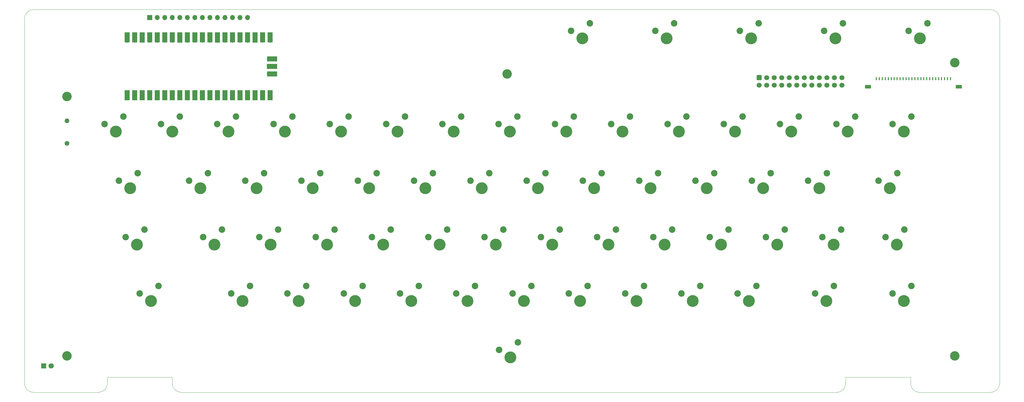
<source format=gbr>
%TF.GenerationSoftware,KiCad,Pcbnew,(5.1.10)-1*%
%TF.CreationDate,2021-09-20T19:48:49-07:00*%
%TF.ProjectId,Atari130MX,41746172-6931-4333-904d-582e6b696361,C*%
%TF.SameCoordinates,Original*%
%TF.FileFunction,Soldermask,Bot*%
%TF.FilePolarity,Negative*%
%FSLAX46Y46*%
G04 Gerber Fmt 4.6, Leading zero omitted, Abs format (unit mm)*
G04 Created by KiCad (PCBNEW (5.1.10)-1) date 2021-09-20 19:48:49*
%MOMM*%
%LPD*%
G01*
G04 APERTURE LIST*
%TA.AperFunction,Profile*%
%ADD10C,0.050000*%
%TD*%
%ADD11O,1.600000X1.600000*%
%ADD12C,1.600000*%
%ADD13R,0.400000X1.000000*%
%ADD14R,2.000000X1.300000*%
%ADD15O,1.700000X1.700000*%
%ADD16R,1.700000X1.700000*%
%ADD17R,1.700000X3.500000*%
%ADD18R,3.500000X1.700000*%
%ADD19C,1.700000*%
%ADD20C,3.200000*%
%ADD21C,4.000000*%
%ADD22C,2.200000*%
%ADD23C,1.800000*%
%ADD24R,1.800000X1.800000*%
G04 APERTURE END LIST*
D10*
X325000000Y-152160000D02*
X349060000Y-152160000D01*
X322000000Y-149160000D02*
G75*
G03*
X325000000Y-152160000I3000000J0D01*
G01*
X300100000Y-147060000D02*
X300100000Y-149160000D01*
X322000000Y-147060000D02*
X322000000Y-149160000D01*
X300100000Y-147060000D02*
X322000000Y-147060000D01*
X300100000Y-149160000D02*
G75*
G02*
X297100000Y-152160000I-3000000J0D01*
G01*
X75760000Y-152160000D02*
X297100000Y-152160000D01*
X72760000Y-147060000D02*
X72760000Y-149160000D01*
X72760000Y-149160000D02*
G75*
G03*
X75760000Y-152160000I3000000J0D01*
G01*
X50860000Y-147060000D02*
X72760000Y-147060000D01*
X50860000Y-147060000D02*
X50860000Y-149160000D01*
X50860000Y-149160000D02*
G75*
G02*
X47860000Y-152160000I-3000000J0D01*
G01*
X25860000Y-152160000D02*
X47860000Y-152160000D01*
X352060000Y-149160000D02*
G75*
G02*
X349060000Y-152160000I-3000000J0D01*
G01*
X349060000Y-22860000D02*
G75*
G02*
X352060000Y-25860000I0J-3000000D01*
G01*
X25860000Y-152160000D02*
G75*
G02*
X22860000Y-149160000I0J3000000D01*
G01*
X22860000Y-25860000D02*
G75*
G02*
X25860000Y-22860000I3000000J0D01*
G01*
X352060000Y-25860000D02*
X352060000Y-149160000D01*
X25860000Y-22860000D02*
X349060000Y-22860000D01*
X22860000Y-25860000D02*
X22860000Y-149160000D01*
D11*
X37220000Y-60425000D03*
D12*
X37220000Y-68045000D03*
D13*
X310470000Y-46180000D03*
X311470000Y-46180000D03*
X312470000Y-46180000D03*
X313470000Y-46180000D03*
X314470000Y-46180000D03*
X315470000Y-46180000D03*
X316470000Y-46180000D03*
X317470000Y-46180000D03*
X318470000Y-46180000D03*
X319470000Y-46180000D03*
X320470000Y-46180000D03*
X321470000Y-46180000D03*
X322470000Y-46180000D03*
X323470000Y-46180000D03*
X324470000Y-46180000D03*
X325470000Y-46180000D03*
X326470000Y-46180000D03*
X327470000Y-46180000D03*
X328470000Y-46180000D03*
X329470000Y-46180000D03*
X330470000Y-46180000D03*
X331470000Y-46180000D03*
X332470000Y-46180000D03*
X333470000Y-46180000D03*
X334470000Y-46180000D03*
X335470000Y-46180000D03*
D14*
X307670000Y-48880000D03*
X338270000Y-48880000D03*
D15*
X57540000Y-33120000D03*
X60080000Y-33120000D03*
D16*
X62620000Y-33120000D03*
D15*
X65160000Y-33120000D03*
X67700000Y-33120000D03*
X70240000Y-33120000D03*
X72780000Y-33120000D03*
D16*
X75320000Y-33120000D03*
D15*
X77860000Y-33120000D03*
X80400000Y-33120000D03*
X82940000Y-33120000D03*
X85480000Y-33120000D03*
D16*
X88020000Y-33120000D03*
D15*
X90560000Y-33120000D03*
X93100000Y-33120000D03*
X95640000Y-33120000D03*
X98180000Y-33120000D03*
D16*
X100720000Y-33120000D03*
D15*
X103260000Y-33120000D03*
X105800000Y-33120000D03*
X105800000Y-50900000D03*
X103260000Y-50900000D03*
D16*
X100720000Y-50900000D03*
D15*
X98180000Y-50900000D03*
X95640000Y-50900000D03*
X93100000Y-50900000D03*
X90560000Y-50900000D03*
D16*
X88020000Y-50900000D03*
D15*
X85480000Y-50900000D03*
X82940000Y-50900000D03*
X80400000Y-50900000D03*
X77860000Y-50900000D03*
D16*
X75320000Y-50900000D03*
D15*
X72780000Y-50900000D03*
X70240000Y-50900000D03*
X67700000Y-50900000D03*
X65160000Y-50900000D03*
D16*
X62620000Y-50900000D03*
D15*
X60080000Y-50900000D03*
X57540000Y-50900000D03*
D17*
X57540000Y-32220000D03*
X60080000Y-32220000D03*
X62620000Y-32220000D03*
X65160000Y-32220000D03*
X67700000Y-32220000D03*
X70240000Y-32220000D03*
X72780000Y-32220000D03*
X75320000Y-32220000D03*
X77860000Y-32220000D03*
X80400000Y-32220000D03*
X82940000Y-32220000D03*
X85480000Y-32220000D03*
X88020000Y-32220000D03*
X90560000Y-32220000D03*
X93100000Y-32220000D03*
X95640000Y-32220000D03*
X98180000Y-32220000D03*
X100720000Y-32220000D03*
X103260000Y-32220000D03*
X105800000Y-32220000D03*
X57540000Y-51800000D03*
X60080000Y-51800000D03*
X62620000Y-51800000D03*
X65160000Y-51800000D03*
X67700000Y-51800000D03*
X70240000Y-51800000D03*
X72780000Y-51800000D03*
X75320000Y-51800000D03*
X77860000Y-51800000D03*
X80400000Y-51800000D03*
X82940000Y-51800000D03*
X85480000Y-51800000D03*
X88020000Y-51800000D03*
X90560000Y-51800000D03*
X93100000Y-51800000D03*
X95640000Y-51800000D03*
X98180000Y-51800000D03*
X100720000Y-51800000D03*
X103260000Y-51800000D03*
X105800000Y-51800000D03*
D18*
X106470000Y-39470000D03*
D15*
X105570000Y-39470000D03*
D18*
X106470000Y-42010000D03*
D16*
X105570000Y-42010000D03*
D18*
X106470000Y-44550000D03*
D15*
X105570000Y-44550000D03*
D16*
X65160000Y-25500000D03*
D15*
X67700000Y-25500000D03*
X70240000Y-25500000D03*
X72780000Y-25500000D03*
X75320000Y-25500000D03*
X77860000Y-25500000D03*
X80400000Y-25500000D03*
X82940000Y-25500000D03*
X85480000Y-25500000D03*
X88020000Y-25500000D03*
X90560000Y-25500000D03*
X93100000Y-25500000D03*
X95640000Y-25500000D03*
X98180000Y-25500000D03*
G36*
G01*
X270300000Y-44970000D02*
X271500000Y-44970000D01*
G75*
G02*
X271750000Y-45220000I0J-250000D01*
G01*
X271750000Y-46420000D01*
G75*
G02*
X271500000Y-46670000I-250000J0D01*
G01*
X270300000Y-46670000D01*
G75*
G02*
X270050000Y-46420000I0J250000D01*
G01*
X270050000Y-45220000D01*
G75*
G02*
X270300000Y-44970000I250000J0D01*
G01*
G37*
D19*
X273440000Y-45820000D03*
X275980000Y-45820000D03*
X278520000Y-45820000D03*
X281060000Y-45820000D03*
X283600000Y-45820000D03*
X286140000Y-45820000D03*
X288680000Y-45820000D03*
X291220000Y-45820000D03*
X293760000Y-45820000D03*
X296300000Y-45820000D03*
X298840000Y-45820000D03*
X270900000Y-48360000D03*
X273440000Y-48360000D03*
X275980000Y-48360000D03*
X278520000Y-48360000D03*
X281060000Y-48360000D03*
X283600000Y-48360000D03*
X286140000Y-48360000D03*
X288680000Y-48360000D03*
X291220000Y-48360000D03*
X293760000Y-48360000D03*
X296300000Y-48360000D03*
X298840000Y-48360000D03*
D20*
X37220000Y-139800000D03*
X336940000Y-139800000D03*
X336940000Y-40740000D03*
X185810000Y-44550000D03*
X37220000Y-52170000D03*
D21*
X293585000Y-121330000D03*
D22*
X289775000Y-118790000D03*
X296125000Y-116250000D03*
D21*
X60800000Y-102230000D03*
D22*
X56990000Y-99690000D03*
X63340000Y-97150000D03*
D21*
X65610000Y-121330000D03*
D22*
X61800000Y-118790000D03*
X68150000Y-116250000D03*
X242200000Y-27530000D03*
D21*
X239660000Y-32610000D03*
D22*
X235850000Y-30070000D03*
X270700000Y-27530000D03*
D21*
X268160000Y-32610000D03*
D22*
X264350000Y-30070000D03*
X327700000Y-27530000D03*
D21*
X325160000Y-32610000D03*
D22*
X321350000Y-30070000D03*
X299200000Y-27530000D03*
D21*
X296660000Y-32610000D03*
D22*
X292850000Y-30070000D03*
X213700000Y-27530000D03*
D21*
X211160000Y-32610000D03*
D22*
X207350000Y-30070000D03*
D21*
X186860000Y-140380000D03*
D22*
X183050000Y-137840000D03*
X189400000Y-135300000D03*
D23*
X31900000Y-143200000D03*
D24*
X29360000Y-143200000D03*
D21*
X96460000Y-121330000D03*
D22*
X92650000Y-118790000D03*
X99000000Y-116250000D03*
D21*
X177220000Y-83160000D03*
D22*
X173410000Y-80620000D03*
X179760000Y-78080000D03*
D21*
X115460000Y-121330000D03*
D22*
X111650000Y-118790000D03*
X118000000Y-116250000D03*
D21*
X101220000Y-83160000D03*
D22*
X97410000Y-80620000D03*
X103760000Y-78080000D03*
D21*
X153460000Y-121330000D03*
D22*
X149650000Y-118790000D03*
X156000000Y-116250000D03*
D21*
X196220000Y-83160000D03*
D22*
X192410000Y-80620000D03*
X198760000Y-78080000D03*
D21*
X58520000Y-83160000D03*
D22*
X54710000Y-80620000D03*
X61060000Y-78080000D03*
D21*
X158220000Y-83160000D03*
D22*
X154410000Y-80620000D03*
X160760000Y-78080000D03*
D21*
X296000000Y-102230000D03*
D22*
X292190000Y-99690000D03*
X298540000Y-97150000D03*
D21*
X267460000Y-121330000D03*
D22*
X263650000Y-118790000D03*
X270000000Y-116250000D03*
D21*
X258000000Y-102230000D03*
D22*
X254190000Y-99690000D03*
X260540000Y-97150000D03*
D21*
X106000000Y-102230000D03*
D22*
X102190000Y-99690000D03*
X108540000Y-97150000D03*
D21*
X315020000Y-83160000D03*
D22*
X311210000Y-80620000D03*
X317560000Y-78080000D03*
D21*
X139220000Y-83160000D03*
D22*
X135410000Y-80620000D03*
X141760000Y-78080000D03*
D21*
X82220000Y-83160000D03*
D22*
X78410000Y-80620000D03*
X84760000Y-78080000D03*
D21*
X277000000Y-102230000D03*
D22*
X273190000Y-99690000D03*
X279540000Y-97150000D03*
D21*
X248460000Y-121330000D03*
D22*
X244650000Y-118790000D03*
X251000000Y-116250000D03*
D21*
X253220000Y-83160000D03*
D22*
X249410000Y-80620000D03*
X255760000Y-78080000D03*
D21*
X234220000Y-83160000D03*
D22*
X230410000Y-80620000D03*
X236760000Y-78080000D03*
D21*
X191460000Y-121330000D03*
D22*
X187650000Y-118790000D03*
X194000000Y-116250000D03*
D21*
X210460000Y-121330000D03*
D22*
X206650000Y-118790000D03*
X213000000Y-116250000D03*
D21*
X262760000Y-64060000D03*
D22*
X258950000Y-61520000D03*
X265300000Y-58980000D03*
D21*
X239000000Y-102230000D03*
D22*
X235190000Y-99690000D03*
X241540000Y-97150000D03*
D21*
X220000000Y-102230000D03*
D22*
X216190000Y-99690000D03*
X222540000Y-97150000D03*
D21*
X201000000Y-102230000D03*
D22*
X197190000Y-99690000D03*
X203540000Y-97150000D03*
D21*
X319760000Y-121330000D03*
D22*
X315950000Y-118790000D03*
X322300000Y-116250000D03*
D21*
X215220000Y-83160000D03*
D22*
X211410000Y-80620000D03*
X217760000Y-78080000D03*
D21*
X182000000Y-102230000D03*
D22*
X178190000Y-99690000D03*
X184540000Y-97150000D03*
D21*
X281760000Y-64060000D03*
D22*
X277950000Y-61520000D03*
X284300000Y-58980000D03*
D21*
X163000000Y-102230000D03*
D22*
X159190000Y-99690000D03*
X165540000Y-97150000D03*
D21*
X144000000Y-102230000D03*
D22*
X140190000Y-99690000D03*
X146540000Y-97150000D03*
D21*
X53760000Y-64060000D03*
D22*
X49950000Y-61520000D03*
X56300000Y-58980000D03*
D21*
X291220000Y-83160000D03*
D22*
X287410000Y-80620000D03*
X293760000Y-78080000D03*
D21*
X120220000Y-83160000D03*
D22*
X116410000Y-80620000D03*
X122760000Y-78080000D03*
D21*
X300760000Y-64060000D03*
D22*
X296950000Y-61520000D03*
X303300000Y-58980000D03*
D21*
X272220000Y-83160000D03*
D22*
X268410000Y-80620000D03*
X274760000Y-78080000D03*
D21*
X125000000Y-102230000D03*
D22*
X121190000Y-99690000D03*
X127540000Y-97150000D03*
D21*
X317400000Y-102230000D03*
D22*
X313590000Y-99690000D03*
X319940000Y-97150000D03*
D21*
X229460000Y-121330000D03*
D22*
X225650000Y-118790000D03*
X232000000Y-116250000D03*
D21*
X134460000Y-121330000D03*
D22*
X130650000Y-118790000D03*
X137000000Y-116250000D03*
D21*
X319760000Y-64060000D03*
D22*
X315950000Y-61520000D03*
X322300000Y-58980000D03*
D21*
X172460000Y-121330000D03*
D22*
X168650000Y-118790000D03*
X175000000Y-116250000D03*
D21*
X87000000Y-102230000D03*
D22*
X83190000Y-99690000D03*
X89540000Y-97150000D03*
D21*
X224760000Y-64060000D03*
D22*
X220950000Y-61520000D03*
X227300000Y-58980000D03*
D21*
X205760000Y-64060000D03*
D22*
X201950000Y-61520000D03*
X208300000Y-58980000D03*
D21*
X186760000Y-64060000D03*
D22*
X182950000Y-61520000D03*
X189300000Y-58980000D03*
D21*
X167760000Y-64060000D03*
D22*
X163950000Y-61520000D03*
X170300000Y-58980000D03*
D21*
X148760000Y-64060000D03*
D22*
X144950000Y-61520000D03*
X151300000Y-58980000D03*
D21*
X129760000Y-64060000D03*
D22*
X125950000Y-61520000D03*
X132300000Y-58980000D03*
D21*
X110760000Y-64060000D03*
D22*
X106950000Y-61520000D03*
X113300000Y-58980000D03*
D21*
X91760000Y-64060000D03*
D22*
X87950000Y-61520000D03*
X94300000Y-58980000D03*
D21*
X72760000Y-64060000D03*
D22*
X68950000Y-61520000D03*
X75300000Y-58980000D03*
D21*
X243760000Y-64060000D03*
D22*
X239950000Y-61520000D03*
X246300000Y-58980000D03*
M02*

</source>
